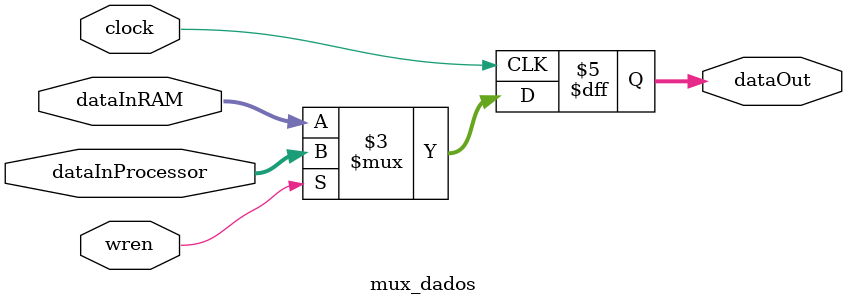
<source format=v>
module mux_dados(clock, dataInRAM, dataInProcessor, wren, dataOut);
	input wire clock;
	input wire wren;
	input wire [7:0] dataInRAM;
	input wire [7:0] dataInProcessor;
	
	output reg [7:0] dataOut;

	always @(posedge clock) begin
		if(wren) begin
			dataOut <= dataInProcessor;
		end else begin 
			dataOut <= dataInRAM;
		end
	end

endmodule

</source>
